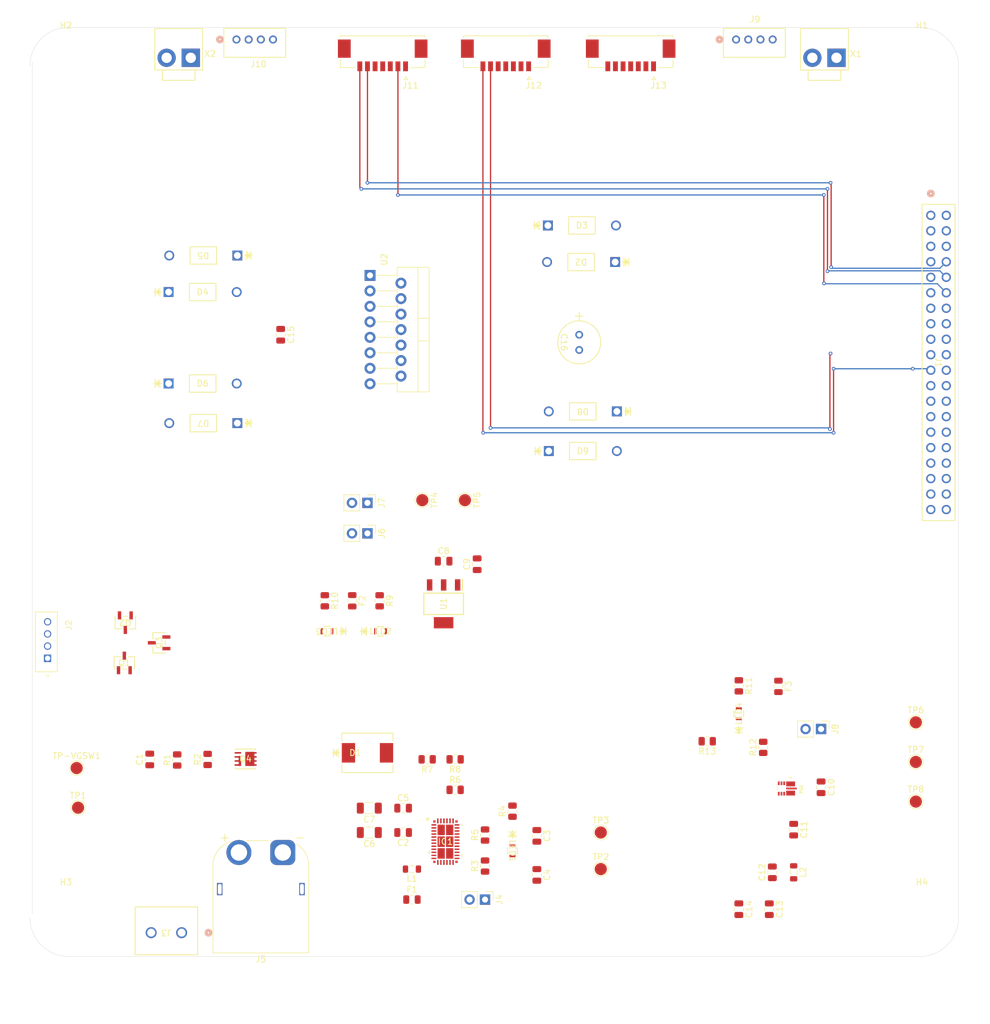
<source format=kicad_pcb>
(kicad_pcb (version 20240108) (generator "pcbnew") (generator_version "8.0")
  (layers (0 "F.Cu" signal) (1 "In1.Cu" signal) (2 "In2.Cu" signal) (31 "B.Cu" signal) (34 "B.Paste" user) (35 "F.Paste" user) (36 "B.SilkS" user "B.Silkscreen") (37 "F.SilkS" user "F.Silkscreen") (38 "B.Mask" user) (39 "F.Mask" user) (44 "Edge.Cuts" user))
  (net 0 "")
  (net 1 "Net-(C1-Pad1)")
  (net 2 "GND")
  (net 3 "Net-(IC1-INTVCC)")
  (net 4 "Net-(C3-Pad1)")
  (net 5 "Net-(IC1-EN{slash}UV)")
  (net 6 "12VEXT")
  (net 7 "Net-(IC1-FB)")
  (net 8 "Net-(J6-Pin_1)")
  (net 9 "+3V3")
  (net 10 "Net-(J8-Pin_1)")
  (net 11 "Net-(PS1-SW)")
  (net 12 "Net-(PS1-BST)")
  (net 13 "5VEXT")
  (net 14 "Net-(PS1-FB)")
  (net 15 "24VEXT")
  (net 16 "Net-(J4-Pin_2)")
  (net 17 "Net-(J6-Pin_2)")
  (net 18 "Net-(J8-Pin_2)")
  (net 20 "Net-(IC1-VC)")
  (net 21 "Net-(IC1-SW_1)")
  (net 24 "Net-(IC1-SYNC{slash}MODE)")
  (net 25 "Net-(IC1-RT)")
  (net 27 "Net-(J7-Pin_2)")
  (net 30 "RGB_Red_Control")
  (net 31 "Net-(J2-Pin_2)")
  (net 32 "Net-(J2-Pin_3)")
  (net 33 "RGB_Green_Control")
  (net 34 "RGB_Blue_Control")
  (net 35 "Net-(J2-Pin_4)")
  (net 36 "BATT_IN")
  (net 37 "Net-(J3-Pad1)")
  (net 38 "Net-(LED1-Pad2)")
  (net 39 "Net-(LED2-Pad2)")
  (net 40 "Net-(LED3-Pad2)")
  (net 41 "Net-(LED4-Pad2)")
  (net 42 "/CSTAR-Drive/OUT1_MOTOR_1")
  (net 43 "/CSTAR-Drive/OUT2_MOTOR_1")
  (net 44 "/CSTAR-Drive/OUT1_MOTOR_2")
  (net 45 "/CSTAR-Drive/OUT2_MOTOR_2")
  (net 47 "RXD_LIDAR")
  (net 50 "LIDAR_IO")
  (net 55 "Ch.A_MOTOR_1")
  (net 56 "Ch.B_MOTOR_1")
  (net 57 "Ch.B_MOTOR_2")
  (net 58 "Ch.A_MOTOR_2")
  (net 60 "TXD_LIDAR")
  (net 61 "GPIO12")
  (net 62 "GPIO3")
  (net 65 "GPIO9")
  (net 66 "GPIO0")
  (net 67 "GPIO8")
  (net 68 "GPIO2")
  (net 69 "EN_DRIVER_1")
  (net 70 "IN2_DRIVER_2")
  (net 71 "EN_DRIVER_2")
  (net 72 "IN1_DRIVER_1")
  (net 73 "IN1_DRIVER_2")
  (net 74 "IN2_DRIVER_1")
  (net 75 "GPIO13")
  (net 76 "GPIO7")
  (footprint "Footprints:Diode_1N4007" (layer "F.Cu") (at 40.8655 77.425)
    (property "Reference" "D6")
    (property "Value" "D")
  )
  (footprint "Resistor_SMD:R_0805_2012Metric" (layer "F.Cu") (at 129.2625 136.1 180)
    (property "Reference" "R13")
    (property "Value" "30k")
  )
  (footprint "Footprints:Buck_2" (layer "F.Cu") (at 142.2625 143.85 -90)
    (property "Reference" "PS1")
    (property "Value" "AP63356QZV-7")
  )
  (footprint "TestPoint:TestPoint_Pad_D2.0mm" (layer "F.Cu") (at 163.5 133)
    (property "Reference" "TP6")
    (property "Value" "P12V")
  )
  (footprint "Capacitor_SMD:C_0805_2012Metric" (layer "F.Cu") (at 143.45 150.6 -90)
    (property "Reference" "C11")
    (property "Value" "100n")
  )
  (footprint "Resistor_SMD:R_0805_2012Metric" (layer "F.Cu") (at 87.887476 139.070108 180)
    (property "Reference" "R8")
    (property "Value" "5.23k")
  )
  (footprint "Capacitor_SMD:C_0805_2012Metric" (layer "F.Cu") (at 101.299976 151.620108 -90)
    (property "Reference" "C3")
    (property "Value" "1nF")
  )
  (footprint "Capacitor_SMD:C_0805_2012Metric" (layer "F.Cu") (at 79.349976 151.070108 180)
    (property "Reference" "C2")
    (property "Value" "1uF")
  )
  (footprint "MountingHole:MountingHole_5.3mm_M5" (layer "F.Cu") (at 24 165.5)
    (property "Reference" "H3")
    (property "Value" "MountingHole")
  )
  (footprint "Fuse:Fuse_0805_2012Metric" (layer "F.Cu") (at 80.799976 162.070108)
    (property "Reference" "F1")
    (property "Value" "8A")
  )
  (footprint "TestPoint:TestPoint_Pad_D2.0mm" (layer "F.Cu") (at 163.5 139.5)
    (property "Reference" "TP7")
    (property "Value" "GND")
  )
  (footprint "Footprints:Diode_1N4007" (layer "F.Cu") (at 52.1445 83.925 180)
    (property "Reference" "D7")
    (property "Value" "D")
  )
  (footprint "Resistor_SMD:R_0805_2012Metric" (layer "F.Cu") (at 42.27 139.17322 90)
    (property "Reference" "R1")
    (property "Value" "2M")
  )
  (footprint "Footprints:MOLEX_connector" (layer "F.Cu") (at 76 23 180)
    (property "Reference" "J11")
    (property "Value" "532610771")
  )
  (footprint "Footprints:Diode_1N4007" (layer "F.Cu") (at 114.156 57.5 180)
    (property "Reference" "D2")
    (property "Value" "D")
  )
  (footprint "Footprints:D1_Bi-dir" (layer "F.Cu") (at 73.5 138)
    (property "Reference" "D1")
    (property "Value" "SMCJ26CA")
  )
  (footprint "MountingHole:MountingHole_5.3mm_M5" (layer "F.Cu") (at 24 25)
    (property "Reference" "H2")
    (property "Value" "MountingHole")
  )
  (footprint "Footprints:LED_0VS75000_WRE" (layer "F.Cu") (at 66.8509 118.0625 180)
    (property "Reference" "LED3")
    (property "Value" "150080VS75000")
  )
  (footprint "Footprints:RGB-FETS" (layer "F.Cu") (at 39.3062 119.9525 90)
    (property "Reference" "Q3")
    (property "Value" "AO3400A")
  )
  (footprint "Fuse:Fuse_0805_2012Metric" (layer "F.Cu") (at 140.95 127.1 -90)
    (property "Reference" "F3")
    (property "Value" "5A")
  )
  (footprint "Footprints:RPiConnector" (layer "F.Cu") (at 165.96 49.84 -90)
    (property "Reference" "J1")
    (property "Value" "PRT-14017")
  )
  (footprint "Footprints:LED_0VS75000_WRE" (layer "F.Cu") (at 134.45 131.584 90)
    (property "Reference" "LED4")
    (property "Value" "150080VS75000")
  )
  (footprint "Capacitor_SMD:C_0805_2012Metric" (layer "F.Cu") (at 86 106.5625)
    (property "Reference" "C8")
    (property "Value" "10uF")
  )
  (footprint "Package_TO_SOT_THT:TO-220-15_P2.54x2.54mm_StaggerOdd_Lead4.58mm_Vertical" (layer "F.Cu") (at 73.92 59.69 -90)
    (property "Reference" "U2")
    (property "Value" "L298N")
  )
  (footprint "Footprints:Diode_1N4007" (layer "F.Cu") (at 103.1105 51.5)
    (property "Reference" "D3")
    (property "Value" "D")
  )
  (footprint "Resistor_SMD:R_0805_2012Metric" (layer "F.Cu") (at 138.45 137.1 90)
    (property "Reference" "R12")
    (property "Value" "157k")
  )
  (footprint "TestPoint:TestPoint_Pad_D2.0mm" (layer "F.Cu") (at 25.77 140.49822)
    (property "Reference" "TP-VGSW1")
    (property "Value" "TestPoint")
  )
  (footprint "Capacitor_SMD:C_0805_2012Metric" (layer "F.Cu") (at 79.349976 147.070108)
    (property "Reference" "C5")
    (property "Value" "4.7pF")
  )
  (footprint "Resistor_SMD:R_0805_2012Metric" (layer "F.Cu") (at 92.799976 151.482608 90)
    (property "Reference" "R5")
    (property "Value" "38.3k")
  )
  (footprint "Connector_PinHeader_2.54mm:PinHeader_1x02_P2.54mm_Vertical" (layer "F.Cu") (at 73.5 102 -90)
    (property "Reference" "J6")
    (property "Value" "Conn_01x02_Pin")
  )
  (footprint "Resistor_SMD:R_0805_2012Metric" (layer "F.Cu") (at 87.887476 144.070108)
    (property "Reference" "R6")
    (property "Value" "DNP")
  )
  (footprint "Footprints:Buck_1" (layer "F.Cu") (at 86.299976 152.570108)
    (property "Reference" "IC1")
    (property "Value" "LT8648SEV#PBF")
  )
  (footprint "MountingHole:MountingHole_5.3mm_M5" (layer "F.Cu") (at 164.5 25)
    (property "Reference" "H1")
    (property "Value" "MountingHole")
  )
  (footprint "Footprints:MOLEX_connector" (layer "F.Cu") (at 96.2 23 180)
    (property "Reference" "J12")
    (property "Value" "532610771")
  )
  (footprint "TestPoint:TestPoint_Pad_D2.0mm" (layer "F.Cu") (at 89.5 96.5625 -90)
    (property "Reference" "TP5")
    (property "Value" "P3V3")
  )
  (footprint "Footprints:LED_0VS75000_WRE" (layer "F.Cu") (at 97.299976 154.086108 -90)
    (property "Reference" "LED1")
    (property "Value" "150080VS75000")
  )
  (footprint "Footprints:MOLEX_connector" (layer "F.Cu") (at 116.7 23 180)
    (property "Reference" "J13")
    (property "Value" "532610771")
  )
  (footprint "Capacitor_SMD:C_1206_3216Metric" (layer "F.Cu") (at 73.799976 147.070108 180)
    (property "Reference" "C7")
    (property "Value" "47uF")
  )
  (footprint "Capacitor_SMD:C_0805_2012Metric" (layer "F.Cu") (at 101.299976 158.020108 -90)
    (property "Reference" "C4")
    (property "Value" "10u")
  )
  (footprint "Connector_PinHeader_2.54mm:PinHeader_1x02_P2.54mm_Vertical" (layer "F.Cu") (at 147.95 134.1 -90)
    (property "Reference" "J8")
    (property "Value" "Conn_01x02_Pin")
  )
  (footprint "Footprints:Cap_Polarized_220uF" (layer "F.Cu") (at 108.255 69.425 -90)
    (property "Reference" "C16")
    (property "Value" "220uF")
  )
  (footprint "MountingHole:MountingHole_5.3mm_M5" (layer "F.Cu") (at 164.5 165.5)
    (property "Reference" "H4")
    (property "Value" "MountingHole")
  )
  (footprint "Resistor_SMD:R_0805_2012Metric" (layer "F.Cu") (at 97.299976 147.570108 90)
    (property "Reference" "R4")
    (property "Value" "7.87k")
  )
  (footprint "Connector_AMASS:AMASS_XT60PW-M_1x02_P7.20mm_Horizontal" (layer "F.Cu") (at 59.6 154.35 180)
    (property "Reference" "J5")
    (property "Value" "XT60PW-M")
  )
  (footprint "Footprints:RGB-FETS" (layer "F.Cu") (at 33.5945 123.2587)
    (property "Reference" "Q1")
    (property "Value" "AO3400A")
  )
  (footprint "Capacitor_SMD:C_1206_3216Metric" (layer "F.Cu") (at 73.799976 151.070108 180)
    (property "Reference" "C6")
    (property "Value" "47uF")
  )
  (footprint "Footprints:Diode_1N4007" (layer "F.Cu") (at 114.431 82 180)
    (property "Reference" "D8")
    (property "Value" "D")
  )
  (footprint "Footprints:Power_FET" (layer "F.Cu") (at 53.5 139)
    (property "Reference" "Q4")
    (property "Value" "IRFHM9331TRPBF")
  )
  (footprint "TestPoint:TestPoint_Pad_D2.0mm" (layer "F.Cu") (at 82.5 96.5625 -90)
    (property "Reference" "TP4")
    (property "Value" "P5V")
  )
  (footprint "Resistor_SMD:R_0805_2012Metric" (layer "F.Cu") (at 75.5 113.0625 -90)
    (property "Reference" "R9")
    (property "Value" "600")
  )
  (footprint "Capacitor_SMD:C_0805_2012Metric" (layer "F.Cu") (at 139.95 157.6 90)
    (property "Reference" "C12")
    (property "Value" "47pF")
  )
  (footprint "Capacitor_SMD:C_0805_2012Metric" (layer "F.Cu") (at 139.45 163.65 -90)
    (property "Reference" "C13")
    (property "Value" "22uF")
  )
  (footprint "Inductor_SMD:L_0805_2012Metric" (layer "F.Cu") (at 143.45 157.6 -90)
    (property "Reference" "L2")
    (property "Value" "6.8u")
  )
  (footprint "TestPoint:TestPoint_Pad_D2.0mm" (layer "F.Cu") (at 26 147)
    (property "Reference" "TP1")
    (property "Value" "BATT_IN")
  )
  (footprint "Resistor_SMD:R_0805_2012Metric" (layer "F.Cu") (at 83.299976 139.070108 180)
    (property "Reference" "R7")
    (property "Value" "100k")
  )
  (footprint "Resistor_SMD:R_0805_2012Metric" (layer "F.Cu") (at 66.5 113.0625 -90)
    (property "Reference" "R10")
    (property "Value" "260")
  )
  (footprint "Footprints:691137710002-2CONN" (layer "F.Cu") (at 43 167.5 180)
    (property "Reference" "J3")
    (property "Value" "691137710002")
  )
  (footprint "Capacitor_SMD:C_0805_2012Metric" (layer "F.Cu") (at 59.255 69.425 -90)
    (property "Reference" "C15")
    (property "Value" "100nF")
  )
  (footprint "Capacitor_SMD:C_0805_2012Metric" (layer "F.Cu") (at 134.45 163.65 -90)
    (property "Reference" "C14")
    (property "Value" "22uF")
  )
  (footprint "TestPoint:TestPoint_Pad_D2.0mm" (layer "F.Cu") (at 163.5 146)
    (property "Reference" "TP8")
    (property "Value" "P5V")
  )
  (footprint "Footprints:LED_0VS75000_WRE" (layer "F.Cu") (at 75.6491 118.0625)
    (property "Reference" "LED2")
    (property "Value" "150080VS75000")
  )
  (footprint "Resistor_SMD:R_0805_2012Metric" (layer "F.Cu") (at 92.799976 156.570108 90)
    (property "Reference" "R3")
    (property "Value" "4.4k")
  )
  (footprint "Footprints:B4B_PH_K_S" (layer "F.Cu") (at 52 21)
    (property "Reference" "J10")
    (property "Value" "B4B-PH-K-S")
  )
  (footprint "Fuse:Fuse_0805_2012Metric" (layer "F.Cu") (at 71 113.0625 -90)
    (property "Reference" "F2")
    (property "Value" "5A")
  )
  (footprint "Footprints:Diode_1N4007" (layer "F.Cu") (at 103.255 88.5)
    (property "Reference" "D9")
    (property "Value" "D")
  )
  (footprint "Resistor_SMD:R_0805_2012Metric" (layer "F.Cu") (at 134.45 127.0125 -90)
    (property "Reference" "R11")
    (property "Value" "2k")
  )
  (footprint "Footprints:B4B_PH_K_S" (layer "F.Cu") (at 134.000002 21)
    (property "Reference" "J9")
    (property "Value" "B4B-PH-K-S")
  )
  (footprint "Connector_PinHeader_2.54mm:PinHeader_1x02_P2.54mm_Vertical" (layer "F.Cu") (at 92.799976 162.070108 -90)
    (property "Reference" "J4")
    (property "Value" "Conn_01x02_Pin")
  )
  (footprint "Footprints:EncoderConn" (layer "F.Cu") (at 21 122.5 -90)
    (property "Reference" "J2")
    (property "Value" "Conn_01x04_Socket")
  )
  (footprint "Footprints:RGB-FETS" (layer "F.Cu") (at 33.7587 116.6463 180)
    (property "Reference" "Q2")
    (property "Value" "AO3400A")
  )
  (footprint "TestPoint:TestPoint_Pad_D2.0mm" (layer "F.Cu") (at 111.799976 151.070108)
    (property "Reference" "TP3")
    (property "Value" "P12V")
  )
  (footprint "Capacitor_SMD:C_0805_2012Metric" (layer "F.Cu") (at 147.95 143.65 -90)
    (property "Reference" "C10")
    (property "Value" "10uF")
  )
  (footprint "Footprints:LDO" (layer "F.Cu") (at 86 113.5625 -90)
    (property "Reference" "U1")
    (property "Value" "AZ1117IH-3.3TRG1")
  )
  (footprint "TestPoint:TestPoint_Pad_D2.0mm" (layer "F.Cu") (at 111.799976 157.070108)
    (property "Reference" "TP2")
    (property "Value" "P24V")
  )
  (footprint "Footprints:Diode_1N4007" (layer "F.Cu") (at 40.8655 62.425)
    (property "Reference" "D4")
    (property "Value" "D")
  )
  (footprint "Inductor_SMD:L_0805_2012Metric" (layer "F.Cu") (at 80.799976 157.070108 180)
    (property "Reference" "L1")
    (property "Value" "2.2u")
  )
  (footprint "Footprints:Diode_1N4007" (layer "F.Cu") (at 52.1445 56.425 180)
    (property "Reference" "D5")
    (property "Value" "D")
  )
  (footprint "Connector_PinHeader_2.54mm:PinHeader_1x02_P2.54mm_Vertical" (layer "F.Cu") (at 73.5 97 -90)
    (property "Reference" "J7")
    (property "Value" "Conn_01x02_Pin")
  )
  (footprint "Footprints:B2P-VH" (layer "F.Cu") (at 148.5 24 180)
    (property "Reference" "X1")
    (property "Value" "B2P-VH")
  )
  (footprint "Footprints:B2P-VH" (layer "F.Cu") (at 42.52 24 180)
    (property "Reference" "X2")
    (property "Value" "B2P-VH")
  )
  (footprint "Capacitor_SMD:C_0805_2012Metric" (layer "F.Cu") (at 37.77 139.08572 90)
    (property "Reference" "C1")
    (property "Value" "10uF")
  )
  (footprint "Capacitor_SMD:C_0805_2012Metric" (layer "F.Cu") (at 91.5 107.0625 90)
    (property "Reference" "C9")
    (property "Value" "22uF")
  )
  (footprint "Resistor_SMD:R_0805_2012Metric" (layer "F.Cu") (at 47.27 139.08572 90)
    (property "Reference" "R2")
    (property "Value" "2M")
  )
  (gr_line (start 24.45 19) (end 164.15 19) (stroke (width 0.05)) (layer "Edge.Cuts"))
  (gr_line (start 170.5 25.35) (end 170.5 165.05) (stroke (width 0.05)) (layer "Edge.Cuts"))
  (gr_arc (start 18.1 25.35) (mid 19.959872 20.859872) (end 24.45 19) (stroke (width 0.05)) (layer "Edge.Cuts"))
  (gr_arc (start 24.45 171.4) (mid 19.959872 169.540128) (end 18.1 165.05) (stroke (width 0.05)) (layer "Edge.Cuts"))
  (gr_arc (start 170.5 165.05) (mid 168.640128 169.540128) (end 164.15 171.4) (stroke (width 0.05)) (layer "Edge.Cuts"))
  (gr_line (start 18.5 164.35) (end 18.5 24.65) (stroke (width 0.05)) (layer "Edge.Cuts"))
  (gr_arc (start 164.15 19) (mid 168.640128 20.859872) (end 170.5 25.35) (stroke (width 0.05)) (layer "Edge.Cuts"))
  (gr_line (start 164.15 171.4) (end 24.45 171.4) (stroke (width 0.05)) (layer "Edge.Cuts"))
  (segment (start 72.25 45.25) (end 72.25 25.4) (width 0.2) (layer "F.Cu") (net 47))
  (segment (start 149 45.5) (end 149 59) (width 0.2) (layer "F.Cu") (net 47))
  (segment (start 72.5 45.5) (end 72.25 45.25) (width 0.2) (layer "F.Cu") (net 47))
  (via (at 72.5 45.5) (size 0.6) (drill 0.3) (layers "F.Cu" "B.Cu") (net 47))
  (via (at 149 45.5) (size 0.6) (drill 0.3) (layers "F.Cu" "B.Cu") (net 47))
  (via (at 149 59) (size 0.6) (drill 0.3) (layers "F.Cu" "B.Cu") (net 47))
  (segment (start 149.062 58.938) (end 167.438 58.938) (width 0.2) (layer "B.Cu") (net 47))
  (segment (start 149 45.5) (end 72.5 45.5) (width 0.2) (layer "B.Cu") (net 47))
  (segment (start 149 59) (end 149.062 58.938) (width 0.2) (layer "B.Cu") (net 47))
  (segment (start 167.438 58.938) (end 168.5 60) (width 0.2) (layer "B.Cu") (net 47))
  (segment (start 148.4 60.965687) (end 148.4 46.5) (width 0.2) (layer "F.Cu") (net 50))
  (segment (start 78.5 25.4) (end 78.5 46.5) (width 0.2) (layer "F.Cu") (net 50))
  (segment (start 148.434313 61) (end 148.4 60.965687) (width 0.2) (layer "F.Cu") (net 50))
  (via (at 78.5 46.5) (size 0.6) (drill 0.3) (layers "F.Cu" "B.Cu") (net 50))
  (via (at 148.4 46.5) (size 0.6) (drill 0.3) (layers "F.Cu" "B.Cu") (net 50))
  (via (at 148.434313 61) (size 0.6) (drill 0.3) (layers "F.Cu" "B.Cu") (net 50))
  (segment (start 78.5 46.5) (end 148.4 46.5) (width 0.2) (layer "B.Cu") (net 50))
  (segment (start 167.022 61.062) (end 168.5 62.54) (width 0.2) (layer "B.Cu") (net 50))
  (segment (start 148.496313 61.062) (end 167.022 61.062) (width 0.2) (layer "B.Cu") (net 50))
  (segment (start 148.434313 61) (end 148.496313 61.062) (width 0.2) (layer "B.Cu") (net 50))
  (segment (start 73.5 25.4) (end 73.5 44.5) (width 0.2) (layer "F.Cu") (net 60))
  (segment (start 149.5 44.5) (end 149.6 44.6) (width 0.2) (layer "F.Cu") (net 60))
  (segment (start 149.6 44.6) (end 149.6 58.338) (width 0.2) (layer "F.Cu") (net 60))
  (via (at 73.5 44.5) (size 0.6) (drill 0.3) (layers "F.Cu" "B.Cu") (net 60))
  (via (at 149.6 58.338) (size 0.6) (drill 0.3) (layers "F.Cu" "B.Cu") (net 60))
  (via (at 149.5 44.5) (size 0.6) (drill 0.3) (layers "F.Cu" "B.Cu") (net 60))
  (segment (start 73.5 44.5) (end 149.5 44.5) (width 0.2) (layer "B.Cu") (net 60))
  (segment (start 149.6 58.338) (end 149.784 58.522) (width 0.2) (layer "B.Cu") (net 60))
  (segment (start 167.438 58.522) (end 168.5 57.46) (width 0.2) (layer "B.Cu") (net 60))
  (segment (start 149.784 58.522) (end 167.438 58.522) (width 0.2) (layer "B.Cu") (net 60))
  (segment (start 93.7 25.4) (end 93.7 84.7) (width 0.2) (layer "F.Cu") (net 61))
  (segment (start 149.4 72.6) (end 149.4 84.885421) (width 0.2) (layer "F.Cu") (net 61))
  (via (at 149.4 84.885421) (size 0.6) (drill 0.3) (layers "F.Cu" "B.Cu") (net 61))
  (via (at 93.7 84.7) (size 0.6) (drill 0.3) (layers "F.Cu" "B.Cu") (net 61))
  (via (at 149.5 72.5) (size 0.6) (drill 0.3) (layers "F.Cu" "B.Cu") (net 61))
  (via (at 93.7 84.7) (size 0.6) (drill 0.3) (layers "F.Cu" "B.Cu") (net 61))
  (via (at 149.4 84.885421) (size 0.6) (drill 0.3) (layers "F.Cu" "B.Cu") (net 61))
  (segment (start 149.214579 84.7) (end 93.7 84.7) (width 0.2) (layer "B.Cu") (net 61))
  (segment (start 149.4 84.885421) (end 149.214579 84.7) (width 0.2) (layer "B.Cu") (net 61))
  (segment (start 149.5 72.5) (end 149.4 72.6) (width 0.2) (layer "B.Cu") (net 61))
  (segment (start 150 75) (end 150 85.5) (width 0.2) (layer "F.Cu") (net 75))
  (segment (start 92.45 25.4) (end 92.45 85.45) (width 0.2) (layer "F.Cu") (net 75))
  (segment (start 92.45 85.45) (end 92.5 85.5) (width 0.2) (layer "F.Cu") (net 75))
  (via (at 150 85.5) (size 0.6) (drill 0.3) (layers "F.Cu" "B.Cu") (net 75))
  (via (at 150 75) (size 0.6) (drill 0.3) (layers "F.Cu" "B.Cu") (net 75))
  (via (at 92.5 85.5) (size 0.6) (drill 0.3) (layers "F.Cu" "B.Cu") (net 75))
  (via (at 163 75) (size 0.6) (drill 0.3) (layers "F.Cu" "B.Cu") (net 75))
  (segment (start 150 75) (end 163 75) (width 0.2) (layer "B.Cu") (net 75))
  (segment (start 164 75) (end 165.72 75) (width 0.2) (layer "B.Cu") (net 75))
  (segment (start 150 85.5) (end 92.5 85.5) (width 0.2) (layer "B.Cu") (net 75))
  (segment (start 165.72 75) (end 165.96 75.24) (width 0.2) (layer "B.Cu") (net 75))
  (segment (start 163 75) (end 164 75) (width 0.2) (layer "B.Cu") (net 75))
)
</source>
